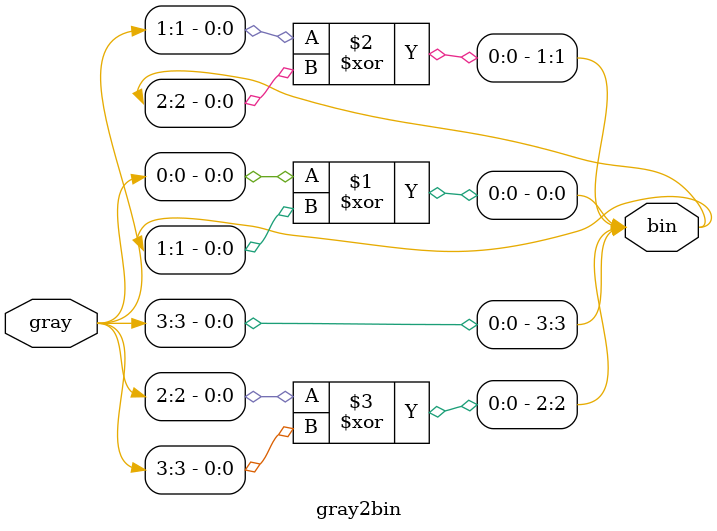
<source format=v>
module gray2bin
  #(parameter MSB = 4)
  (
    input [MSB-1:0] gray,
    output [MSB-1:0] bin
  );
    
    genvar i;
    generate
        for(i = 0; i <= MSB-2; i = i + 1)
		begin
            assign bin[i] = gray[i] ^ bin[i+1];
        end
    endgenerate
    
    assign bin[MSB-1] = gray[MSB-1];

endmodule
</source>
